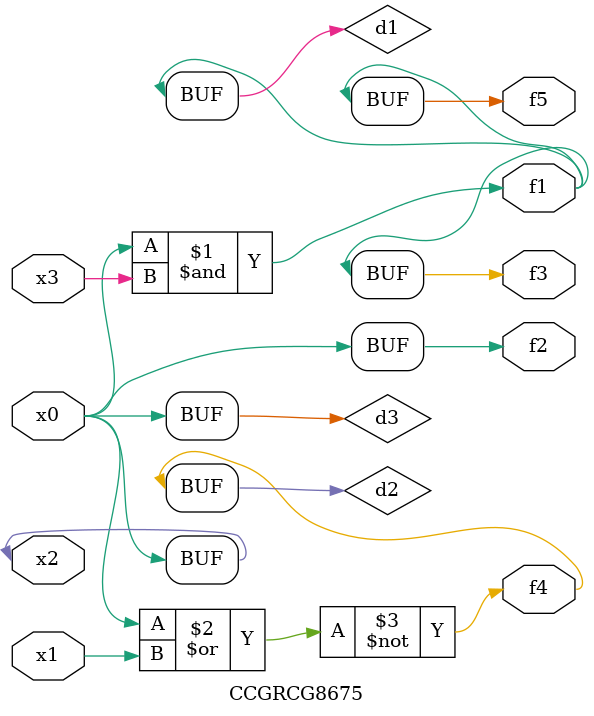
<source format=v>
module CCGRCG8675(
	input x0, x1, x2, x3,
	output f1, f2, f3, f4, f5
);

	wire d1, d2, d3;

	and (d1, x2, x3);
	nor (d2, x0, x1);
	buf (d3, x0, x2);
	assign f1 = d1;
	assign f2 = d3;
	assign f3 = d1;
	assign f4 = d2;
	assign f5 = d1;
endmodule

</source>
